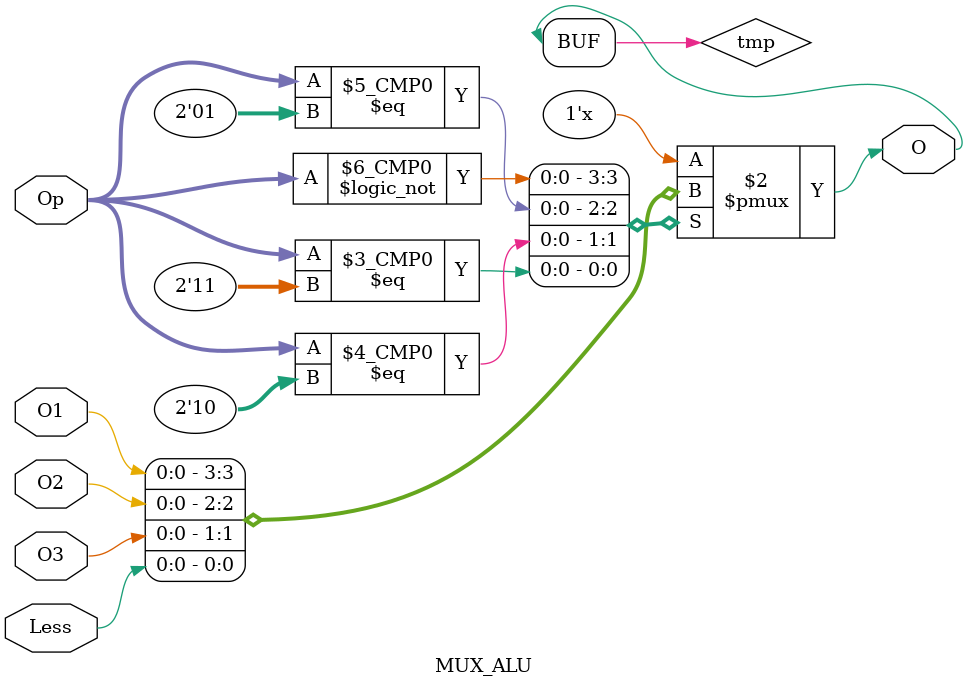
<source format=v>

module MUX_ALU(O1,O2,O3,Less,Op,O);
	input O1,O2,O3,Less;
	input [1:0] Op;
	output O;
	
	reg tmp;
	
	
	always @(*)
   begin
		case(Op)
			2'b00:
				tmp = O1;
			2'b01:
				tmp = O2;
			2'b10:
				tmp = O3;
			2'b11:
				tmp = Less;
		endcase
	end
	
	assign O = tmp;

endmodule
</source>
